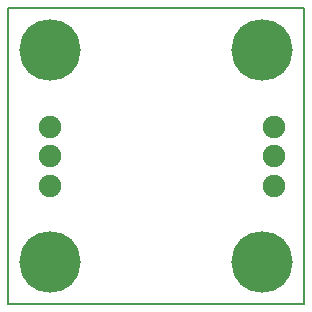
<source format=gbs>
G75*
%MOIN*%
%OFA0B0*%
%FSLAX25Y25*%
%IPPOS*%
%LPD*%
%AMOC8*
5,1,8,0,0,1.08239X$1,22.5*
%
%ADD10C,0.00600*%
%ADD11C,0.07493*%
%ADD12C,0.20485*%
D10*
X0019207Y0001600D02*
X0019207Y0100025D01*
X0117633Y0100025D01*
X0117633Y0001600D01*
X0019207Y0001600D01*
D11*
X0032987Y0040970D03*
X0032987Y0050813D03*
X0032987Y0060655D03*
X0107790Y0060655D03*
X0107790Y0050813D03*
X0107790Y0040970D03*
D12*
X0103853Y0015380D03*
X0032987Y0015380D03*
X0032987Y0086246D03*
X0103853Y0086246D03*
M02*

</source>
